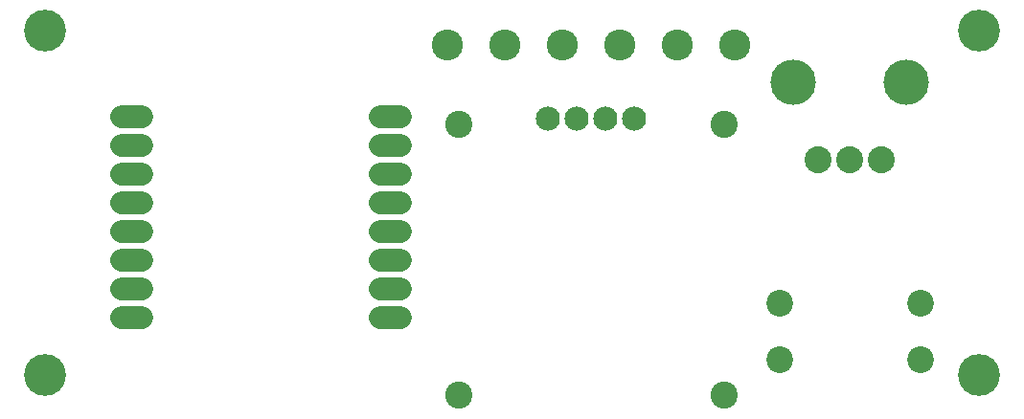
<source format=gbr>
G04 EAGLE Gerber RS-274X export*
G75*
%MOMM*%
%FSLAX34Y34*%
%LPD*%
%INSoldermask Bottom*%
%IPPOS*%
%AMOC8*
5,1,8,0,0,1.08239X$1,22.5*%
G01*
%ADD10C,3.703200*%
%ADD11C,2.362200*%
%ADD12C,4.013200*%
%ADD13C,2.387600*%
%ADD14C,2.403200*%
%ADD15C,2.133600*%
%ADD16C,2.032000*%
%ADD17C,2.743200*%


D10*
X50800Y355600D03*
X50800Y50800D03*
X876300Y50800D03*
X876300Y355600D03*
D11*
X824500Y63900D03*
X824500Y113900D03*
X699500Y113900D03*
X699500Y63900D03*
D12*
X712000Y309800D03*
X812000Y309800D03*
D13*
X762000Y241300D03*
X734060Y241300D03*
X789940Y241300D03*
D14*
X415900Y272400D03*
X650900Y272400D03*
X650900Y32400D03*
X415900Y32400D03*
D15*
X520700Y277400D03*
X546100Y277400D03*
X571500Y277400D03*
X495300Y277400D03*
D16*
X136144Y279400D02*
X117856Y279400D01*
X117856Y254000D02*
X136144Y254000D01*
X136144Y228600D02*
X117856Y228600D01*
X117856Y203200D02*
X136144Y203200D01*
X136144Y177800D02*
X117856Y177800D01*
X117856Y152400D02*
X136144Y152400D01*
X136144Y127000D02*
X117856Y127000D01*
X117856Y101600D02*
X136144Y101600D01*
X346456Y279400D02*
X364744Y279400D01*
X364744Y254000D02*
X346456Y254000D01*
X346456Y228600D02*
X364744Y228600D01*
X364744Y203200D02*
X346456Y203200D01*
X346456Y177800D02*
X364744Y177800D01*
X364744Y152400D02*
X346456Y152400D01*
X346456Y127000D02*
X364744Y127000D01*
X364744Y101600D02*
X346456Y101600D01*
D17*
X609600Y342900D03*
X660400Y342900D03*
X508000Y342900D03*
X558800Y342900D03*
X406400Y342900D03*
X457200Y342900D03*
M02*

</source>
